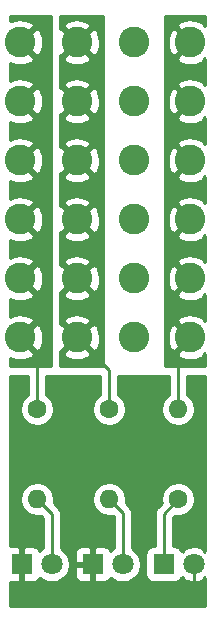
<source format=gbr>
G04 #@! TF.GenerationSoftware,KiCad,Pcbnew,(5.1.9)-1*
G04 #@! TF.CreationDate,2021-04-04T18:01:09+02:00*
G04 #@! TF.ProjectId,Power Modul Main,506f7765-7220-44d6-9f64-756c204d6169,rev?*
G04 #@! TF.SameCoordinates,Original*
G04 #@! TF.FileFunction,Copper,L2,Bot*
G04 #@! TF.FilePolarity,Positive*
%FSLAX46Y46*%
G04 Gerber Fmt 4.6, Leading zero omitted, Abs format (unit mm)*
G04 Created by KiCad (PCBNEW (5.1.9)-1) date 2021-04-04 18:01:09*
%MOMM*%
%LPD*%
G01*
G04 APERTURE LIST*
G04 #@! TA.AperFunction,ComponentPad*
%ADD10C,2.600000*%
G04 #@! TD*
G04 #@! TA.AperFunction,ComponentPad*
%ADD11O,1.600000X1.600000*%
G04 #@! TD*
G04 #@! TA.AperFunction,ComponentPad*
%ADD12C,1.600000*%
G04 #@! TD*
G04 #@! TA.AperFunction,ComponentPad*
%ADD13C,1.800000*%
G04 #@! TD*
G04 #@! TA.AperFunction,ComponentPad*
%ADD14R,1.800000X1.800000*%
G04 #@! TD*
G04 #@! TA.AperFunction,Conductor*
%ADD15C,0.250000*%
G04 #@! TD*
G04 #@! TA.AperFunction,Conductor*
%ADD16C,0.254000*%
G04 #@! TD*
G04 #@! TA.AperFunction,Conductor*
%ADD17C,0.100000*%
G04 #@! TD*
G04 APERTURE END LIST*
D10*
G04 #@! TO.P,J12,1*
G04 #@! TO.N,-12V*
X15900000Y-33040000D03*
X15900000Y-28040000D03*
G04 #@! TD*
G04 #@! TO.P,J11,1*
G04 #@! TO.N,GND*
X11100000Y-33040000D03*
X11100000Y-28040000D03*
G04 #@! TD*
G04 #@! TO.P,J10,1*
G04 #@! TO.N,+5V*
X6300000Y-33040000D03*
X6300000Y-28040000D03*
G04 #@! TD*
G04 #@! TO.P,J9,1*
G04 #@! TO.N,+12V*
X1500000Y-33040000D03*
X1500000Y-28040000D03*
G04 #@! TD*
D11*
G04 #@! TO.P,R3,2*
G04 #@! TO.N,-12V*
X14859000Y-39116000D03*
D12*
G04 #@! TO.P,R3,1*
G04 #@! TO.N,Net-(D3-Pad1)*
X14859000Y-46736000D03*
G04 #@! TD*
D11*
G04 #@! TO.P,R2,2*
G04 #@! TO.N,Net-(D2-Pad2)*
X9017000Y-46736000D03*
D12*
G04 #@! TO.P,R2,1*
G04 #@! TO.N,+5V*
X9017000Y-39116000D03*
G04 #@! TD*
D11*
G04 #@! TO.P,R1,2*
G04 #@! TO.N,Net-(D1-Pad2)*
X2921000Y-46736000D03*
D12*
G04 #@! TO.P,R1,1*
G04 #@! TO.N,+12V*
X2921000Y-39116000D03*
G04 #@! TD*
D10*
G04 #@! TO.P,J8,1*
G04 #@! TO.N,-12V*
X15900000Y-23040000D03*
X15900000Y-18040000D03*
G04 #@! TD*
G04 #@! TO.P,J7,1*
G04 #@! TO.N,GND*
X11100000Y-23040000D03*
X11100000Y-18040000D03*
G04 #@! TD*
G04 #@! TO.P,J6,1*
G04 #@! TO.N,+5V*
X6300000Y-23040000D03*
X6300000Y-18040000D03*
G04 #@! TD*
G04 #@! TO.P,J5,1*
G04 #@! TO.N,+12V*
X1500000Y-23040000D03*
X1500000Y-18040000D03*
G04 #@! TD*
G04 #@! TO.P,J4,1*
G04 #@! TO.N,-12V*
X15900000Y-8040000D03*
X15900000Y-13040000D03*
G04 #@! TD*
G04 #@! TO.P,J3,1*
G04 #@! TO.N,GND*
X11100000Y-8040000D03*
X11100000Y-13040000D03*
G04 #@! TD*
G04 #@! TO.P,J2,1*
G04 #@! TO.N,+5V*
X6300000Y-8040000D03*
X6300000Y-13040000D03*
G04 #@! TD*
G04 #@! TO.P,J1,1*
G04 #@! TO.N,+12V*
X1500000Y-8040000D03*
X1500000Y-13040000D03*
G04 #@! TD*
D13*
G04 #@! TO.P,D3,2*
G04 #@! TO.N,GND*
X16160000Y-52250000D03*
D14*
G04 #@! TO.P,D3,1*
G04 #@! TO.N,Net-(D3-Pad1)*
X13620000Y-52250000D03*
G04 #@! TD*
D13*
G04 #@! TO.P,D2,2*
G04 #@! TO.N,Net-(D2-Pad2)*
X10160000Y-52250000D03*
D14*
G04 #@! TO.P,D2,1*
G04 #@! TO.N,GND*
X7620000Y-52250000D03*
G04 #@! TD*
D13*
G04 #@! TO.P,D1,2*
G04 #@! TO.N,Net-(D1-Pad2)*
X4160000Y-52250000D03*
D14*
G04 #@! TO.P,D1,1*
G04 #@! TO.N,GND*
X1620000Y-52250000D03*
G04 #@! TD*
D15*
G04 #@! TO.N,Net-(D1-Pad2)*
X4160000Y-47975000D02*
X2921000Y-46736000D01*
X4160000Y-52250000D02*
X4160000Y-47975000D01*
G04 #@! TO.N,GND*
X7620000Y-52250000D02*
X7620000Y-55118000D01*
X16160000Y-52250000D02*
X16160000Y-55087000D01*
X1620000Y-52250000D02*
X1620000Y-55087000D01*
X1651000Y-55118000D02*
X1620000Y-55087000D01*
X7620000Y-55118000D02*
X1651000Y-55118000D01*
X16129000Y-55118000D02*
X16160000Y-55087000D01*
X7620000Y-55118000D02*
X16129000Y-55118000D01*
G04 #@! TO.N,Net-(D2-Pad2)*
X10160000Y-47879000D02*
X9017000Y-46736000D01*
X10160000Y-52250000D02*
X10160000Y-47879000D01*
G04 #@! TO.N,-12V*
X14859000Y-34081000D02*
X15900000Y-33040000D01*
X14859000Y-39116000D02*
X14859000Y-34081000D01*
G04 #@! TO.N,+12V*
X2921000Y-34461000D02*
X1500000Y-33040000D01*
X2921000Y-39116000D02*
X2921000Y-34461000D01*
G04 #@! TO.N,+5V*
X9017000Y-35757000D02*
X6300000Y-33040000D01*
X9017000Y-39116000D02*
X9017000Y-35757000D01*
G04 #@! TO.N,Net-(D3-Pad1)*
X13620000Y-47975000D02*
X14859000Y-46736000D01*
X13620000Y-52250000D02*
X13620000Y-47975000D01*
G04 #@! TD*
D16*
G04 #@! TO.N,-12V*
X17120001Y-6640391D02*
X17069618Y-6690774D01*
X16937683Y-6395688D01*
X16596955Y-6224841D01*
X16229443Y-6123750D01*
X15849271Y-6096299D01*
X15471049Y-6143543D01*
X15109310Y-6263667D01*
X14862317Y-6395688D01*
X14730381Y-6690776D01*
X15900000Y-7860395D01*
X15914143Y-7846253D01*
X16093748Y-8025858D01*
X16079605Y-8040000D01*
X16093748Y-8054143D01*
X15914143Y-8233748D01*
X15900000Y-8219605D01*
X14730381Y-9389224D01*
X14862317Y-9684312D01*
X15203045Y-9855159D01*
X15570557Y-9956250D01*
X15950729Y-9983701D01*
X16328951Y-9936457D01*
X16690690Y-9816333D01*
X16937683Y-9684312D01*
X17069618Y-9389226D01*
X17120001Y-9439609D01*
X17120001Y-11640391D01*
X17069618Y-11690774D01*
X16937683Y-11395688D01*
X16596955Y-11224841D01*
X16229443Y-11123750D01*
X15849271Y-11096299D01*
X15471049Y-11143543D01*
X15109310Y-11263667D01*
X14862317Y-11395688D01*
X14730381Y-11690776D01*
X15900000Y-12860395D01*
X15914143Y-12846253D01*
X16093748Y-13025858D01*
X16079605Y-13040000D01*
X16093748Y-13054143D01*
X15914143Y-13233748D01*
X15900000Y-13219605D01*
X14730381Y-14389224D01*
X14862317Y-14684312D01*
X15203045Y-14855159D01*
X15570557Y-14956250D01*
X15950729Y-14983701D01*
X16328951Y-14936457D01*
X16690690Y-14816333D01*
X16937683Y-14684312D01*
X17069618Y-14389226D01*
X17120001Y-14439609D01*
X17120001Y-16640391D01*
X17069618Y-16690774D01*
X16937683Y-16395688D01*
X16596955Y-16224841D01*
X16229443Y-16123750D01*
X15849271Y-16096299D01*
X15471049Y-16143543D01*
X15109310Y-16263667D01*
X14862317Y-16395688D01*
X14730381Y-16690776D01*
X15900000Y-17860395D01*
X15914143Y-17846253D01*
X16093748Y-18025858D01*
X16079605Y-18040000D01*
X16093748Y-18054143D01*
X15914143Y-18233748D01*
X15900000Y-18219605D01*
X14730381Y-19389224D01*
X14862317Y-19684312D01*
X15203045Y-19855159D01*
X15570557Y-19956250D01*
X15950729Y-19983701D01*
X16328951Y-19936457D01*
X16690690Y-19816333D01*
X16937683Y-19684312D01*
X17069618Y-19389226D01*
X17120001Y-19439609D01*
X17120001Y-21640391D01*
X17069618Y-21690774D01*
X16937683Y-21395688D01*
X16596955Y-21224841D01*
X16229443Y-21123750D01*
X15849271Y-21096299D01*
X15471049Y-21143543D01*
X15109310Y-21263667D01*
X14862317Y-21395688D01*
X14730381Y-21690776D01*
X15900000Y-22860395D01*
X15914143Y-22846253D01*
X16093748Y-23025858D01*
X16079605Y-23040000D01*
X16093748Y-23054143D01*
X15914143Y-23233748D01*
X15900000Y-23219605D01*
X14730381Y-24389224D01*
X14862317Y-24684312D01*
X15203045Y-24855159D01*
X15570557Y-24956250D01*
X15950729Y-24983701D01*
X16328951Y-24936457D01*
X16690690Y-24816333D01*
X16937683Y-24684312D01*
X17069618Y-24389226D01*
X17120001Y-24439609D01*
X17120001Y-26640391D01*
X17069618Y-26690774D01*
X16937683Y-26395688D01*
X16596955Y-26224841D01*
X16229443Y-26123750D01*
X15849271Y-26096299D01*
X15471049Y-26143543D01*
X15109310Y-26263667D01*
X14862317Y-26395688D01*
X14730381Y-26690776D01*
X15900000Y-27860395D01*
X15914143Y-27846253D01*
X16093748Y-28025858D01*
X16079605Y-28040000D01*
X16093748Y-28054143D01*
X15914143Y-28233748D01*
X15900000Y-28219605D01*
X14730381Y-29389224D01*
X14862317Y-29684312D01*
X15203045Y-29855159D01*
X15570557Y-29956250D01*
X15950729Y-29983701D01*
X16328951Y-29936457D01*
X16690690Y-29816333D01*
X16937683Y-29684312D01*
X17069618Y-29389226D01*
X17120001Y-29439609D01*
X17120001Y-31640391D01*
X17069618Y-31690774D01*
X16937683Y-31395688D01*
X16596955Y-31224841D01*
X16229443Y-31123750D01*
X15849271Y-31096299D01*
X15471049Y-31143543D01*
X15109310Y-31263667D01*
X14862317Y-31395688D01*
X14730381Y-31690776D01*
X15900000Y-32860395D01*
X15914143Y-32846253D01*
X16093748Y-33025858D01*
X16079605Y-33040000D01*
X16093748Y-33054143D01*
X15914143Y-33233748D01*
X15900000Y-33219605D01*
X14730381Y-34389224D01*
X14862317Y-34684312D01*
X15203045Y-34855159D01*
X15570557Y-34956250D01*
X15950729Y-34983701D01*
X16328951Y-34936457D01*
X16690690Y-34816333D01*
X16937683Y-34684312D01*
X17069618Y-34389226D01*
X17120000Y-34439608D01*
X17120000Y-35433000D01*
X13716000Y-35433000D01*
X13716000Y-33090729D01*
X13956299Y-33090729D01*
X14003543Y-33468951D01*
X14123667Y-33830690D01*
X14255688Y-34077683D01*
X14550776Y-34209619D01*
X15720395Y-33040000D01*
X14550776Y-31870381D01*
X14255688Y-32002317D01*
X14084841Y-32343045D01*
X13983750Y-32710557D01*
X13956299Y-33090729D01*
X13716000Y-33090729D01*
X13716000Y-28090729D01*
X13956299Y-28090729D01*
X14003543Y-28468951D01*
X14123667Y-28830690D01*
X14255688Y-29077683D01*
X14550776Y-29209619D01*
X15720395Y-28040000D01*
X14550776Y-26870381D01*
X14255688Y-27002317D01*
X14084841Y-27343045D01*
X13983750Y-27710557D01*
X13956299Y-28090729D01*
X13716000Y-28090729D01*
X13716000Y-23090729D01*
X13956299Y-23090729D01*
X14003543Y-23468951D01*
X14123667Y-23830690D01*
X14255688Y-24077683D01*
X14550776Y-24209619D01*
X15720395Y-23040000D01*
X14550776Y-21870381D01*
X14255688Y-22002317D01*
X14084841Y-22343045D01*
X13983750Y-22710557D01*
X13956299Y-23090729D01*
X13716000Y-23090729D01*
X13716000Y-18090729D01*
X13956299Y-18090729D01*
X14003543Y-18468951D01*
X14123667Y-18830690D01*
X14255688Y-19077683D01*
X14550776Y-19209619D01*
X15720395Y-18040000D01*
X14550776Y-16870381D01*
X14255688Y-17002317D01*
X14084841Y-17343045D01*
X13983750Y-17710557D01*
X13956299Y-18090729D01*
X13716000Y-18090729D01*
X13716000Y-13090729D01*
X13956299Y-13090729D01*
X14003543Y-13468951D01*
X14123667Y-13830690D01*
X14255688Y-14077683D01*
X14550776Y-14209619D01*
X15720395Y-13040000D01*
X14550776Y-11870381D01*
X14255688Y-12002317D01*
X14084841Y-12343045D01*
X13983750Y-12710557D01*
X13956299Y-13090729D01*
X13716000Y-13090729D01*
X13716000Y-8090729D01*
X13956299Y-8090729D01*
X14003543Y-8468951D01*
X14123667Y-8830690D01*
X14255688Y-9077683D01*
X14550776Y-9209619D01*
X15720395Y-8040000D01*
X14550776Y-6870381D01*
X14255688Y-7002317D01*
X14084841Y-7343045D01*
X13983750Y-7710557D01*
X13956299Y-8090729D01*
X13716000Y-8090729D01*
X13716000Y-5842000D01*
X17120001Y-5842000D01*
X17120001Y-6640391D01*
G04 #@! TA.AperFunction,Conductor*
D17*
G36*
X17120001Y-6640391D02*
G01*
X17069618Y-6690774D01*
X16937683Y-6395688D01*
X16596955Y-6224841D01*
X16229443Y-6123750D01*
X15849271Y-6096299D01*
X15471049Y-6143543D01*
X15109310Y-6263667D01*
X14862317Y-6395688D01*
X14730381Y-6690776D01*
X15900000Y-7860395D01*
X15914143Y-7846253D01*
X16093748Y-8025858D01*
X16079605Y-8040000D01*
X16093748Y-8054143D01*
X15914143Y-8233748D01*
X15900000Y-8219605D01*
X14730381Y-9389224D01*
X14862317Y-9684312D01*
X15203045Y-9855159D01*
X15570557Y-9956250D01*
X15950729Y-9983701D01*
X16328951Y-9936457D01*
X16690690Y-9816333D01*
X16937683Y-9684312D01*
X17069618Y-9389226D01*
X17120001Y-9439609D01*
X17120001Y-11640391D01*
X17069618Y-11690774D01*
X16937683Y-11395688D01*
X16596955Y-11224841D01*
X16229443Y-11123750D01*
X15849271Y-11096299D01*
X15471049Y-11143543D01*
X15109310Y-11263667D01*
X14862317Y-11395688D01*
X14730381Y-11690776D01*
X15900000Y-12860395D01*
X15914143Y-12846253D01*
X16093748Y-13025858D01*
X16079605Y-13040000D01*
X16093748Y-13054143D01*
X15914143Y-13233748D01*
X15900000Y-13219605D01*
X14730381Y-14389224D01*
X14862317Y-14684312D01*
X15203045Y-14855159D01*
X15570557Y-14956250D01*
X15950729Y-14983701D01*
X16328951Y-14936457D01*
X16690690Y-14816333D01*
X16937683Y-14684312D01*
X17069618Y-14389226D01*
X17120001Y-14439609D01*
X17120001Y-16640391D01*
X17069618Y-16690774D01*
X16937683Y-16395688D01*
X16596955Y-16224841D01*
X16229443Y-16123750D01*
X15849271Y-16096299D01*
X15471049Y-16143543D01*
X15109310Y-16263667D01*
X14862317Y-16395688D01*
X14730381Y-16690776D01*
X15900000Y-17860395D01*
X15914143Y-17846253D01*
X16093748Y-18025858D01*
X16079605Y-18040000D01*
X16093748Y-18054143D01*
X15914143Y-18233748D01*
X15900000Y-18219605D01*
X14730381Y-19389224D01*
X14862317Y-19684312D01*
X15203045Y-19855159D01*
X15570557Y-19956250D01*
X15950729Y-19983701D01*
X16328951Y-19936457D01*
X16690690Y-19816333D01*
X16937683Y-19684312D01*
X17069618Y-19389226D01*
X17120001Y-19439609D01*
X17120001Y-21640391D01*
X17069618Y-21690774D01*
X16937683Y-21395688D01*
X16596955Y-21224841D01*
X16229443Y-21123750D01*
X15849271Y-21096299D01*
X15471049Y-21143543D01*
X15109310Y-21263667D01*
X14862317Y-21395688D01*
X14730381Y-21690776D01*
X15900000Y-22860395D01*
X15914143Y-22846253D01*
X16093748Y-23025858D01*
X16079605Y-23040000D01*
X16093748Y-23054143D01*
X15914143Y-23233748D01*
X15900000Y-23219605D01*
X14730381Y-24389224D01*
X14862317Y-24684312D01*
X15203045Y-24855159D01*
X15570557Y-24956250D01*
X15950729Y-24983701D01*
X16328951Y-24936457D01*
X16690690Y-24816333D01*
X16937683Y-24684312D01*
X17069618Y-24389226D01*
X17120001Y-24439609D01*
X17120001Y-26640391D01*
X17069618Y-26690774D01*
X16937683Y-26395688D01*
X16596955Y-26224841D01*
X16229443Y-26123750D01*
X15849271Y-26096299D01*
X15471049Y-26143543D01*
X15109310Y-26263667D01*
X14862317Y-26395688D01*
X14730381Y-26690776D01*
X15900000Y-27860395D01*
X15914143Y-27846253D01*
X16093748Y-28025858D01*
X16079605Y-28040000D01*
X16093748Y-28054143D01*
X15914143Y-28233748D01*
X15900000Y-28219605D01*
X14730381Y-29389224D01*
X14862317Y-29684312D01*
X15203045Y-29855159D01*
X15570557Y-29956250D01*
X15950729Y-29983701D01*
X16328951Y-29936457D01*
X16690690Y-29816333D01*
X16937683Y-29684312D01*
X17069618Y-29389226D01*
X17120001Y-29439609D01*
X17120001Y-31640391D01*
X17069618Y-31690774D01*
X16937683Y-31395688D01*
X16596955Y-31224841D01*
X16229443Y-31123750D01*
X15849271Y-31096299D01*
X15471049Y-31143543D01*
X15109310Y-31263667D01*
X14862317Y-31395688D01*
X14730381Y-31690776D01*
X15900000Y-32860395D01*
X15914143Y-32846253D01*
X16093748Y-33025858D01*
X16079605Y-33040000D01*
X16093748Y-33054143D01*
X15914143Y-33233748D01*
X15900000Y-33219605D01*
X14730381Y-34389224D01*
X14862317Y-34684312D01*
X15203045Y-34855159D01*
X15570557Y-34956250D01*
X15950729Y-34983701D01*
X16328951Y-34936457D01*
X16690690Y-34816333D01*
X16937683Y-34684312D01*
X17069618Y-34389226D01*
X17120000Y-34439608D01*
X17120000Y-35433000D01*
X13716000Y-35433000D01*
X13716000Y-33090729D01*
X13956299Y-33090729D01*
X14003543Y-33468951D01*
X14123667Y-33830690D01*
X14255688Y-34077683D01*
X14550776Y-34209619D01*
X15720395Y-33040000D01*
X14550776Y-31870381D01*
X14255688Y-32002317D01*
X14084841Y-32343045D01*
X13983750Y-32710557D01*
X13956299Y-33090729D01*
X13716000Y-33090729D01*
X13716000Y-28090729D01*
X13956299Y-28090729D01*
X14003543Y-28468951D01*
X14123667Y-28830690D01*
X14255688Y-29077683D01*
X14550776Y-29209619D01*
X15720395Y-28040000D01*
X14550776Y-26870381D01*
X14255688Y-27002317D01*
X14084841Y-27343045D01*
X13983750Y-27710557D01*
X13956299Y-28090729D01*
X13716000Y-28090729D01*
X13716000Y-23090729D01*
X13956299Y-23090729D01*
X14003543Y-23468951D01*
X14123667Y-23830690D01*
X14255688Y-24077683D01*
X14550776Y-24209619D01*
X15720395Y-23040000D01*
X14550776Y-21870381D01*
X14255688Y-22002317D01*
X14084841Y-22343045D01*
X13983750Y-22710557D01*
X13956299Y-23090729D01*
X13716000Y-23090729D01*
X13716000Y-18090729D01*
X13956299Y-18090729D01*
X14003543Y-18468951D01*
X14123667Y-18830690D01*
X14255688Y-19077683D01*
X14550776Y-19209619D01*
X15720395Y-18040000D01*
X14550776Y-16870381D01*
X14255688Y-17002317D01*
X14084841Y-17343045D01*
X13983750Y-17710557D01*
X13956299Y-18090729D01*
X13716000Y-18090729D01*
X13716000Y-13090729D01*
X13956299Y-13090729D01*
X14003543Y-13468951D01*
X14123667Y-13830690D01*
X14255688Y-14077683D01*
X14550776Y-14209619D01*
X15720395Y-13040000D01*
X14550776Y-11870381D01*
X14255688Y-12002317D01*
X14084841Y-12343045D01*
X13983750Y-12710557D01*
X13956299Y-13090729D01*
X13716000Y-13090729D01*
X13716000Y-8090729D01*
X13956299Y-8090729D01*
X14003543Y-8468951D01*
X14123667Y-8830690D01*
X14255688Y-9077683D01*
X14550776Y-9209619D01*
X15720395Y-8040000D01*
X14550776Y-6870381D01*
X14255688Y-7002317D01*
X14084841Y-7343045D01*
X13983750Y-7710557D01*
X13956299Y-8090729D01*
X13716000Y-8090729D01*
X13716000Y-5842000D01*
X17120001Y-5842000D01*
X17120001Y-6640391D01*
G37*
G04 #@! TD.AperFunction*
G04 #@! TD*
D16*
G04 #@! TO.N,+12V*
X4064000Y-35433000D02*
X660000Y-35433000D01*
X660000Y-34783434D01*
X803045Y-34855159D01*
X1170557Y-34956250D01*
X1550729Y-34983701D01*
X1928951Y-34936457D01*
X2290690Y-34816333D01*
X2537683Y-34684312D01*
X2669619Y-34389224D01*
X1500000Y-33219605D01*
X1485858Y-33233748D01*
X1306253Y-33054143D01*
X1320395Y-33040000D01*
X1679605Y-33040000D01*
X2849224Y-34209619D01*
X3144312Y-34077683D01*
X3315159Y-33736955D01*
X3416250Y-33369443D01*
X3443701Y-32989271D01*
X3396457Y-32611049D01*
X3276333Y-32249310D01*
X3144312Y-32002317D01*
X2849224Y-31870381D01*
X1679605Y-33040000D01*
X1320395Y-33040000D01*
X1306253Y-33025858D01*
X1485858Y-32846253D01*
X1500000Y-32860395D01*
X2669619Y-31690776D01*
X2537683Y-31395688D01*
X2196955Y-31224841D01*
X1829443Y-31123750D01*
X1449271Y-31096299D01*
X1071049Y-31143543D01*
X709310Y-31263667D01*
X660000Y-31290024D01*
X660000Y-29783434D01*
X803045Y-29855159D01*
X1170557Y-29956250D01*
X1550729Y-29983701D01*
X1928951Y-29936457D01*
X2290690Y-29816333D01*
X2537683Y-29684312D01*
X2669619Y-29389224D01*
X1500000Y-28219605D01*
X1485858Y-28233748D01*
X1306253Y-28054143D01*
X1320395Y-28040000D01*
X1679605Y-28040000D01*
X2849224Y-29209619D01*
X3144312Y-29077683D01*
X3315159Y-28736955D01*
X3416250Y-28369443D01*
X3443701Y-27989271D01*
X3396457Y-27611049D01*
X3276333Y-27249310D01*
X3144312Y-27002317D01*
X2849224Y-26870381D01*
X1679605Y-28040000D01*
X1320395Y-28040000D01*
X1306253Y-28025858D01*
X1485858Y-27846253D01*
X1500000Y-27860395D01*
X2669619Y-26690776D01*
X2537683Y-26395688D01*
X2196955Y-26224841D01*
X1829443Y-26123750D01*
X1449271Y-26096299D01*
X1071049Y-26143543D01*
X709310Y-26263667D01*
X660000Y-26290024D01*
X660000Y-24783434D01*
X803045Y-24855159D01*
X1170557Y-24956250D01*
X1550729Y-24983701D01*
X1928951Y-24936457D01*
X2290690Y-24816333D01*
X2537683Y-24684312D01*
X2669619Y-24389224D01*
X1500000Y-23219605D01*
X1485858Y-23233748D01*
X1306253Y-23054143D01*
X1320395Y-23040000D01*
X1679605Y-23040000D01*
X2849224Y-24209619D01*
X3144312Y-24077683D01*
X3315159Y-23736955D01*
X3416250Y-23369443D01*
X3443701Y-22989271D01*
X3396457Y-22611049D01*
X3276333Y-22249310D01*
X3144312Y-22002317D01*
X2849224Y-21870381D01*
X1679605Y-23040000D01*
X1320395Y-23040000D01*
X1306253Y-23025858D01*
X1485858Y-22846253D01*
X1500000Y-22860395D01*
X2669619Y-21690776D01*
X2537683Y-21395688D01*
X2196955Y-21224841D01*
X1829443Y-21123750D01*
X1449271Y-21096299D01*
X1071049Y-21143543D01*
X709310Y-21263667D01*
X660000Y-21290024D01*
X660000Y-19783434D01*
X803045Y-19855159D01*
X1170557Y-19956250D01*
X1550729Y-19983701D01*
X1928951Y-19936457D01*
X2290690Y-19816333D01*
X2537683Y-19684312D01*
X2669619Y-19389224D01*
X1500000Y-18219605D01*
X1485858Y-18233748D01*
X1306253Y-18054143D01*
X1320395Y-18040000D01*
X1679605Y-18040000D01*
X2849224Y-19209619D01*
X3144312Y-19077683D01*
X3315159Y-18736955D01*
X3416250Y-18369443D01*
X3443701Y-17989271D01*
X3396457Y-17611049D01*
X3276333Y-17249310D01*
X3144312Y-17002317D01*
X2849224Y-16870381D01*
X1679605Y-18040000D01*
X1320395Y-18040000D01*
X1306253Y-18025858D01*
X1485858Y-17846253D01*
X1500000Y-17860395D01*
X2669619Y-16690776D01*
X2537683Y-16395688D01*
X2196955Y-16224841D01*
X1829443Y-16123750D01*
X1449271Y-16096299D01*
X1071049Y-16143543D01*
X709310Y-16263667D01*
X660000Y-16290024D01*
X660000Y-14783434D01*
X803045Y-14855159D01*
X1170557Y-14956250D01*
X1550729Y-14983701D01*
X1928951Y-14936457D01*
X2290690Y-14816333D01*
X2537683Y-14684312D01*
X2669619Y-14389224D01*
X1500000Y-13219605D01*
X1485858Y-13233748D01*
X1306253Y-13054143D01*
X1320395Y-13040000D01*
X1679605Y-13040000D01*
X2849224Y-14209619D01*
X3144312Y-14077683D01*
X3315159Y-13736955D01*
X3416250Y-13369443D01*
X3443701Y-12989271D01*
X3396457Y-12611049D01*
X3276333Y-12249310D01*
X3144312Y-12002317D01*
X2849224Y-11870381D01*
X1679605Y-13040000D01*
X1320395Y-13040000D01*
X1306253Y-13025858D01*
X1485858Y-12846253D01*
X1500000Y-12860395D01*
X2669619Y-11690776D01*
X2537683Y-11395688D01*
X2196955Y-11224841D01*
X1829443Y-11123750D01*
X1449271Y-11096299D01*
X1071049Y-11143543D01*
X709310Y-11263667D01*
X660000Y-11290024D01*
X660000Y-9783434D01*
X803045Y-9855159D01*
X1170557Y-9956250D01*
X1550729Y-9983701D01*
X1928951Y-9936457D01*
X2290690Y-9816333D01*
X2537683Y-9684312D01*
X2669619Y-9389224D01*
X1500000Y-8219605D01*
X1485858Y-8233748D01*
X1306253Y-8054143D01*
X1320395Y-8040000D01*
X1679605Y-8040000D01*
X2849224Y-9209619D01*
X3144312Y-9077683D01*
X3315159Y-8736955D01*
X3416250Y-8369443D01*
X3443701Y-7989271D01*
X3396457Y-7611049D01*
X3276333Y-7249310D01*
X3144312Y-7002317D01*
X2849224Y-6870381D01*
X1679605Y-8040000D01*
X1320395Y-8040000D01*
X1306253Y-8025858D01*
X1485858Y-7846253D01*
X1500000Y-7860395D01*
X2669619Y-6690776D01*
X2537683Y-6395688D01*
X2196955Y-6224841D01*
X1829443Y-6123750D01*
X1449271Y-6096299D01*
X1071049Y-6143543D01*
X709310Y-6263667D01*
X660000Y-6290024D01*
X660000Y-5842000D01*
X4064000Y-5842000D01*
X4064000Y-35433000D01*
G04 #@! TA.AperFunction,Conductor*
D17*
G36*
X4064000Y-35433000D02*
G01*
X660000Y-35433000D01*
X660000Y-34783434D01*
X803045Y-34855159D01*
X1170557Y-34956250D01*
X1550729Y-34983701D01*
X1928951Y-34936457D01*
X2290690Y-34816333D01*
X2537683Y-34684312D01*
X2669619Y-34389224D01*
X1500000Y-33219605D01*
X1485858Y-33233748D01*
X1306253Y-33054143D01*
X1320395Y-33040000D01*
X1679605Y-33040000D01*
X2849224Y-34209619D01*
X3144312Y-34077683D01*
X3315159Y-33736955D01*
X3416250Y-33369443D01*
X3443701Y-32989271D01*
X3396457Y-32611049D01*
X3276333Y-32249310D01*
X3144312Y-32002317D01*
X2849224Y-31870381D01*
X1679605Y-33040000D01*
X1320395Y-33040000D01*
X1306253Y-33025858D01*
X1485858Y-32846253D01*
X1500000Y-32860395D01*
X2669619Y-31690776D01*
X2537683Y-31395688D01*
X2196955Y-31224841D01*
X1829443Y-31123750D01*
X1449271Y-31096299D01*
X1071049Y-31143543D01*
X709310Y-31263667D01*
X660000Y-31290024D01*
X660000Y-29783434D01*
X803045Y-29855159D01*
X1170557Y-29956250D01*
X1550729Y-29983701D01*
X1928951Y-29936457D01*
X2290690Y-29816333D01*
X2537683Y-29684312D01*
X2669619Y-29389224D01*
X1500000Y-28219605D01*
X1485858Y-28233748D01*
X1306253Y-28054143D01*
X1320395Y-28040000D01*
X1679605Y-28040000D01*
X2849224Y-29209619D01*
X3144312Y-29077683D01*
X3315159Y-28736955D01*
X3416250Y-28369443D01*
X3443701Y-27989271D01*
X3396457Y-27611049D01*
X3276333Y-27249310D01*
X3144312Y-27002317D01*
X2849224Y-26870381D01*
X1679605Y-28040000D01*
X1320395Y-28040000D01*
X1306253Y-28025858D01*
X1485858Y-27846253D01*
X1500000Y-27860395D01*
X2669619Y-26690776D01*
X2537683Y-26395688D01*
X2196955Y-26224841D01*
X1829443Y-26123750D01*
X1449271Y-26096299D01*
X1071049Y-26143543D01*
X709310Y-26263667D01*
X660000Y-26290024D01*
X660000Y-24783434D01*
X803045Y-24855159D01*
X1170557Y-24956250D01*
X1550729Y-24983701D01*
X1928951Y-24936457D01*
X2290690Y-24816333D01*
X2537683Y-24684312D01*
X2669619Y-24389224D01*
X1500000Y-23219605D01*
X1485858Y-23233748D01*
X1306253Y-23054143D01*
X1320395Y-23040000D01*
X1679605Y-23040000D01*
X2849224Y-24209619D01*
X3144312Y-24077683D01*
X3315159Y-23736955D01*
X3416250Y-23369443D01*
X3443701Y-22989271D01*
X3396457Y-22611049D01*
X3276333Y-22249310D01*
X3144312Y-22002317D01*
X2849224Y-21870381D01*
X1679605Y-23040000D01*
X1320395Y-23040000D01*
X1306253Y-23025858D01*
X1485858Y-22846253D01*
X1500000Y-22860395D01*
X2669619Y-21690776D01*
X2537683Y-21395688D01*
X2196955Y-21224841D01*
X1829443Y-21123750D01*
X1449271Y-21096299D01*
X1071049Y-21143543D01*
X709310Y-21263667D01*
X660000Y-21290024D01*
X660000Y-19783434D01*
X803045Y-19855159D01*
X1170557Y-19956250D01*
X1550729Y-19983701D01*
X1928951Y-19936457D01*
X2290690Y-19816333D01*
X2537683Y-19684312D01*
X2669619Y-19389224D01*
X1500000Y-18219605D01*
X1485858Y-18233748D01*
X1306253Y-18054143D01*
X1320395Y-18040000D01*
X1679605Y-18040000D01*
X2849224Y-19209619D01*
X3144312Y-19077683D01*
X3315159Y-18736955D01*
X3416250Y-18369443D01*
X3443701Y-17989271D01*
X3396457Y-17611049D01*
X3276333Y-17249310D01*
X3144312Y-17002317D01*
X2849224Y-16870381D01*
X1679605Y-18040000D01*
X1320395Y-18040000D01*
X1306253Y-18025858D01*
X1485858Y-17846253D01*
X1500000Y-17860395D01*
X2669619Y-16690776D01*
X2537683Y-16395688D01*
X2196955Y-16224841D01*
X1829443Y-16123750D01*
X1449271Y-16096299D01*
X1071049Y-16143543D01*
X709310Y-16263667D01*
X660000Y-16290024D01*
X660000Y-14783434D01*
X803045Y-14855159D01*
X1170557Y-14956250D01*
X1550729Y-14983701D01*
X1928951Y-14936457D01*
X2290690Y-14816333D01*
X2537683Y-14684312D01*
X2669619Y-14389224D01*
X1500000Y-13219605D01*
X1485858Y-13233748D01*
X1306253Y-13054143D01*
X1320395Y-13040000D01*
X1679605Y-13040000D01*
X2849224Y-14209619D01*
X3144312Y-14077683D01*
X3315159Y-13736955D01*
X3416250Y-13369443D01*
X3443701Y-12989271D01*
X3396457Y-12611049D01*
X3276333Y-12249310D01*
X3144312Y-12002317D01*
X2849224Y-11870381D01*
X1679605Y-13040000D01*
X1320395Y-13040000D01*
X1306253Y-13025858D01*
X1485858Y-12846253D01*
X1500000Y-12860395D01*
X2669619Y-11690776D01*
X2537683Y-11395688D01*
X2196955Y-11224841D01*
X1829443Y-11123750D01*
X1449271Y-11096299D01*
X1071049Y-11143543D01*
X709310Y-11263667D01*
X660000Y-11290024D01*
X660000Y-9783434D01*
X803045Y-9855159D01*
X1170557Y-9956250D01*
X1550729Y-9983701D01*
X1928951Y-9936457D01*
X2290690Y-9816333D01*
X2537683Y-9684312D01*
X2669619Y-9389224D01*
X1500000Y-8219605D01*
X1485858Y-8233748D01*
X1306253Y-8054143D01*
X1320395Y-8040000D01*
X1679605Y-8040000D01*
X2849224Y-9209619D01*
X3144312Y-9077683D01*
X3315159Y-8736955D01*
X3416250Y-8369443D01*
X3443701Y-7989271D01*
X3396457Y-7611049D01*
X3276333Y-7249310D01*
X3144312Y-7002317D01*
X2849224Y-6870381D01*
X1679605Y-8040000D01*
X1320395Y-8040000D01*
X1306253Y-8025858D01*
X1485858Y-7846253D01*
X1500000Y-7860395D01*
X2669619Y-6690776D01*
X2537683Y-6395688D01*
X2196955Y-6224841D01*
X1829443Y-6123750D01*
X1449271Y-6096299D01*
X1071049Y-6143543D01*
X709310Y-6263667D01*
X660000Y-6290024D01*
X660000Y-5842000D01*
X4064000Y-5842000D01*
X4064000Y-35433000D01*
G37*
G04 #@! TD.AperFunction*
G04 #@! TD*
D16*
G04 #@! TO.N,+5V*
X8509000Y-35433000D02*
X4826000Y-35433000D01*
X4826000Y-34389224D01*
X5130381Y-34389224D01*
X5262317Y-34684312D01*
X5603045Y-34855159D01*
X5970557Y-34956250D01*
X6350729Y-34983701D01*
X6728951Y-34936457D01*
X7090690Y-34816333D01*
X7337683Y-34684312D01*
X7469619Y-34389224D01*
X6300000Y-33219605D01*
X5130381Y-34389224D01*
X4826000Y-34389224D01*
X4826000Y-34153831D01*
X4950776Y-34209619D01*
X6120395Y-33040000D01*
X6479605Y-33040000D01*
X7649224Y-34209619D01*
X7944312Y-34077683D01*
X8115159Y-33736955D01*
X8216250Y-33369443D01*
X8243701Y-32989271D01*
X8196457Y-32611049D01*
X8076333Y-32249310D01*
X7944312Y-32002317D01*
X7649224Y-31870381D01*
X6479605Y-33040000D01*
X6120395Y-33040000D01*
X4950776Y-31870381D01*
X4826000Y-31926169D01*
X4826000Y-31690776D01*
X5130381Y-31690776D01*
X6300000Y-32860395D01*
X7469619Y-31690776D01*
X7337683Y-31395688D01*
X6996955Y-31224841D01*
X6629443Y-31123750D01*
X6249271Y-31096299D01*
X5871049Y-31143543D01*
X5509310Y-31263667D01*
X5262317Y-31395688D01*
X5130381Y-31690776D01*
X4826000Y-31690776D01*
X4826000Y-29389224D01*
X5130381Y-29389224D01*
X5262317Y-29684312D01*
X5603045Y-29855159D01*
X5970557Y-29956250D01*
X6350729Y-29983701D01*
X6728951Y-29936457D01*
X7090690Y-29816333D01*
X7337683Y-29684312D01*
X7469619Y-29389224D01*
X6300000Y-28219605D01*
X5130381Y-29389224D01*
X4826000Y-29389224D01*
X4826000Y-29153831D01*
X4950776Y-29209619D01*
X6120395Y-28040000D01*
X6479605Y-28040000D01*
X7649224Y-29209619D01*
X7944312Y-29077683D01*
X8115159Y-28736955D01*
X8216250Y-28369443D01*
X8243701Y-27989271D01*
X8196457Y-27611049D01*
X8076333Y-27249310D01*
X7944312Y-27002317D01*
X7649224Y-26870381D01*
X6479605Y-28040000D01*
X6120395Y-28040000D01*
X4950776Y-26870381D01*
X4826000Y-26926169D01*
X4826000Y-26690776D01*
X5130381Y-26690776D01*
X6300000Y-27860395D01*
X7469619Y-26690776D01*
X7337683Y-26395688D01*
X6996955Y-26224841D01*
X6629443Y-26123750D01*
X6249271Y-26096299D01*
X5871049Y-26143543D01*
X5509310Y-26263667D01*
X5262317Y-26395688D01*
X5130381Y-26690776D01*
X4826000Y-26690776D01*
X4826000Y-24389224D01*
X5130381Y-24389224D01*
X5262317Y-24684312D01*
X5603045Y-24855159D01*
X5970557Y-24956250D01*
X6350729Y-24983701D01*
X6728951Y-24936457D01*
X7090690Y-24816333D01*
X7337683Y-24684312D01*
X7469619Y-24389224D01*
X6300000Y-23219605D01*
X5130381Y-24389224D01*
X4826000Y-24389224D01*
X4826000Y-24153831D01*
X4950776Y-24209619D01*
X6120395Y-23040000D01*
X6479605Y-23040000D01*
X7649224Y-24209619D01*
X7944312Y-24077683D01*
X8115159Y-23736955D01*
X8216250Y-23369443D01*
X8243701Y-22989271D01*
X8196457Y-22611049D01*
X8076333Y-22249310D01*
X7944312Y-22002317D01*
X7649224Y-21870381D01*
X6479605Y-23040000D01*
X6120395Y-23040000D01*
X4950776Y-21870381D01*
X4826000Y-21926169D01*
X4826000Y-21690776D01*
X5130381Y-21690776D01*
X6300000Y-22860395D01*
X7469619Y-21690776D01*
X7337683Y-21395688D01*
X6996955Y-21224841D01*
X6629443Y-21123750D01*
X6249271Y-21096299D01*
X5871049Y-21143543D01*
X5509310Y-21263667D01*
X5262317Y-21395688D01*
X5130381Y-21690776D01*
X4826000Y-21690776D01*
X4826000Y-19389224D01*
X5130381Y-19389224D01*
X5262317Y-19684312D01*
X5603045Y-19855159D01*
X5970557Y-19956250D01*
X6350729Y-19983701D01*
X6728951Y-19936457D01*
X7090690Y-19816333D01*
X7337683Y-19684312D01*
X7469619Y-19389224D01*
X6300000Y-18219605D01*
X5130381Y-19389224D01*
X4826000Y-19389224D01*
X4826000Y-19153831D01*
X4950776Y-19209619D01*
X6120395Y-18040000D01*
X6479605Y-18040000D01*
X7649224Y-19209619D01*
X7944312Y-19077683D01*
X8115159Y-18736955D01*
X8216250Y-18369443D01*
X8243701Y-17989271D01*
X8196457Y-17611049D01*
X8076333Y-17249310D01*
X7944312Y-17002317D01*
X7649224Y-16870381D01*
X6479605Y-18040000D01*
X6120395Y-18040000D01*
X4950776Y-16870381D01*
X4826000Y-16926169D01*
X4826000Y-16690776D01*
X5130381Y-16690776D01*
X6300000Y-17860395D01*
X7469619Y-16690776D01*
X7337683Y-16395688D01*
X6996955Y-16224841D01*
X6629443Y-16123750D01*
X6249271Y-16096299D01*
X5871049Y-16143543D01*
X5509310Y-16263667D01*
X5262317Y-16395688D01*
X5130381Y-16690776D01*
X4826000Y-16690776D01*
X4826000Y-14389224D01*
X5130381Y-14389224D01*
X5262317Y-14684312D01*
X5603045Y-14855159D01*
X5970557Y-14956250D01*
X6350729Y-14983701D01*
X6728951Y-14936457D01*
X7090690Y-14816333D01*
X7337683Y-14684312D01*
X7469619Y-14389224D01*
X6300000Y-13219605D01*
X5130381Y-14389224D01*
X4826000Y-14389224D01*
X4826000Y-14153831D01*
X4950776Y-14209619D01*
X6120395Y-13040000D01*
X6479605Y-13040000D01*
X7649224Y-14209619D01*
X7944312Y-14077683D01*
X8115159Y-13736955D01*
X8216250Y-13369443D01*
X8243701Y-12989271D01*
X8196457Y-12611049D01*
X8076333Y-12249310D01*
X7944312Y-12002317D01*
X7649224Y-11870381D01*
X6479605Y-13040000D01*
X6120395Y-13040000D01*
X4950776Y-11870381D01*
X4826000Y-11926169D01*
X4826000Y-11690776D01*
X5130381Y-11690776D01*
X6300000Y-12860395D01*
X7469619Y-11690776D01*
X7337683Y-11395688D01*
X6996955Y-11224841D01*
X6629443Y-11123750D01*
X6249271Y-11096299D01*
X5871049Y-11143543D01*
X5509310Y-11263667D01*
X5262317Y-11395688D01*
X5130381Y-11690776D01*
X4826000Y-11690776D01*
X4826000Y-9389224D01*
X5130381Y-9389224D01*
X5262317Y-9684312D01*
X5603045Y-9855159D01*
X5970557Y-9956250D01*
X6350729Y-9983701D01*
X6728951Y-9936457D01*
X7090690Y-9816333D01*
X7337683Y-9684312D01*
X7469619Y-9389224D01*
X6300000Y-8219605D01*
X5130381Y-9389224D01*
X4826000Y-9389224D01*
X4826000Y-9153831D01*
X4950776Y-9209619D01*
X6120395Y-8040000D01*
X6479605Y-8040000D01*
X7649224Y-9209619D01*
X7944312Y-9077683D01*
X8115159Y-8736955D01*
X8216250Y-8369443D01*
X8243701Y-7989271D01*
X8196457Y-7611049D01*
X8076333Y-7249310D01*
X7944312Y-7002317D01*
X7649224Y-6870381D01*
X6479605Y-8040000D01*
X6120395Y-8040000D01*
X4950776Y-6870381D01*
X4826000Y-6926169D01*
X4826000Y-6690776D01*
X5130381Y-6690776D01*
X6300000Y-7860395D01*
X7469619Y-6690776D01*
X7337683Y-6395688D01*
X6996955Y-6224841D01*
X6629443Y-6123750D01*
X6249271Y-6096299D01*
X5871049Y-6143543D01*
X5509310Y-6263667D01*
X5262317Y-6395688D01*
X5130381Y-6690776D01*
X4826000Y-6690776D01*
X4826000Y-5842000D01*
X8509000Y-5842000D01*
X8509000Y-35433000D01*
G04 #@! TA.AperFunction,Conductor*
D17*
G36*
X8509000Y-35433000D02*
G01*
X4826000Y-35433000D01*
X4826000Y-34389224D01*
X5130381Y-34389224D01*
X5262317Y-34684312D01*
X5603045Y-34855159D01*
X5970557Y-34956250D01*
X6350729Y-34983701D01*
X6728951Y-34936457D01*
X7090690Y-34816333D01*
X7337683Y-34684312D01*
X7469619Y-34389224D01*
X6300000Y-33219605D01*
X5130381Y-34389224D01*
X4826000Y-34389224D01*
X4826000Y-34153831D01*
X4950776Y-34209619D01*
X6120395Y-33040000D01*
X6479605Y-33040000D01*
X7649224Y-34209619D01*
X7944312Y-34077683D01*
X8115159Y-33736955D01*
X8216250Y-33369443D01*
X8243701Y-32989271D01*
X8196457Y-32611049D01*
X8076333Y-32249310D01*
X7944312Y-32002317D01*
X7649224Y-31870381D01*
X6479605Y-33040000D01*
X6120395Y-33040000D01*
X4950776Y-31870381D01*
X4826000Y-31926169D01*
X4826000Y-31690776D01*
X5130381Y-31690776D01*
X6300000Y-32860395D01*
X7469619Y-31690776D01*
X7337683Y-31395688D01*
X6996955Y-31224841D01*
X6629443Y-31123750D01*
X6249271Y-31096299D01*
X5871049Y-31143543D01*
X5509310Y-31263667D01*
X5262317Y-31395688D01*
X5130381Y-31690776D01*
X4826000Y-31690776D01*
X4826000Y-29389224D01*
X5130381Y-29389224D01*
X5262317Y-29684312D01*
X5603045Y-29855159D01*
X5970557Y-29956250D01*
X6350729Y-29983701D01*
X6728951Y-29936457D01*
X7090690Y-29816333D01*
X7337683Y-29684312D01*
X7469619Y-29389224D01*
X6300000Y-28219605D01*
X5130381Y-29389224D01*
X4826000Y-29389224D01*
X4826000Y-29153831D01*
X4950776Y-29209619D01*
X6120395Y-28040000D01*
X6479605Y-28040000D01*
X7649224Y-29209619D01*
X7944312Y-29077683D01*
X8115159Y-28736955D01*
X8216250Y-28369443D01*
X8243701Y-27989271D01*
X8196457Y-27611049D01*
X8076333Y-27249310D01*
X7944312Y-27002317D01*
X7649224Y-26870381D01*
X6479605Y-28040000D01*
X6120395Y-28040000D01*
X4950776Y-26870381D01*
X4826000Y-26926169D01*
X4826000Y-26690776D01*
X5130381Y-26690776D01*
X6300000Y-27860395D01*
X7469619Y-26690776D01*
X7337683Y-26395688D01*
X6996955Y-26224841D01*
X6629443Y-26123750D01*
X6249271Y-26096299D01*
X5871049Y-26143543D01*
X5509310Y-26263667D01*
X5262317Y-26395688D01*
X5130381Y-26690776D01*
X4826000Y-26690776D01*
X4826000Y-24389224D01*
X5130381Y-24389224D01*
X5262317Y-24684312D01*
X5603045Y-24855159D01*
X5970557Y-24956250D01*
X6350729Y-24983701D01*
X6728951Y-24936457D01*
X7090690Y-24816333D01*
X7337683Y-24684312D01*
X7469619Y-24389224D01*
X6300000Y-23219605D01*
X5130381Y-24389224D01*
X4826000Y-24389224D01*
X4826000Y-24153831D01*
X4950776Y-24209619D01*
X6120395Y-23040000D01*
X6479605Y-23040000D01*
X7649224Y-24209619D01*
X7944312Y-24077683D01*
X8115159Y-23736955D01*
X8216250Y-23369443D01*
X8243701Y-22989271D01*
X8196457Y-22611049D01*
X8076333Y-22249310D01*
X7944312Y-22002317D01*
X7649224Y-21870381D01*
X6479605Y-23040000D01*
X6120395Y-23040000D01*
X4950776Y-21870381D01*
X4826000Y-21926169D01*
X4826000Y-21690776D01*
X5130381Y-21690776D01*
X6300000Y-22860395D01*
X7469619Y-21690776D01*
X7337683Y-21395688D01*
X6996955Y-21224841D01*
X6629443Y-21123750D01*
X6249271Y-21096299D01*
X5871049Y-21143543D01*
X5509310Y-21263667D01*
X5262317Y-21395688D01*
X5130381Y-21690776D01*
X4826000Y-21690776D01*
X4826000Y-19389224D01*
X5130381Y-19389224D01*
X5262317Y-19684312D01*
X5603045Y-19855159D01*
X5970557Y-19956250D01*
X6350729Y-19983701D01*
X6728951Y-19936457D01*
X7090690Y-19816333D01*
X7337683Y-19684312D01*
X7469619Y-19389224D01*
X6300000Y-18219605D01*
X5130381Y-19389224D01*
X4826000Y-19389224D01*
X4826000Y-19153831D01*
X4950776Y-19209619D01*
X6120395Y-18040000D01*
X6479605Y-18040000D01*
X7649224Y-19209619D01*
X7944312Y-19077683D01*
X8115159Y-18736955D01*
X8216250Y-18369443D01*
X8243701Y-17989271D01*
X8196457Y-17611049D01*
X8076333Y-17249310D01*
X7944312Y-17002317D01*
X7649224Y-16870381D01*
X6479605Y-18040000D01*
X6120395Y-18040000D01*
X4950776Y-16870381D01*
X4826000Y-16926169D01*
X4826000Y-16690776D01*
X5130381Y-16690776D01*
X6300000Y-17860395D01*
X7469619Y-16690776D01*
X7337683Y-16395688D01*
X6996955Y-16224841D01*
X6629443Y-16123750D01*
X6249271Y-16096299D01*
X5871049Y-16143543D01*
X5509310Y-16263667D01*
X5262317Y-16395688D01*
X5130381Y-16690776D01*
X4826000Y-16690776D01*
X4826000Y-14389224D01*
X5130381Y-14389224D01*
X5262317Y-14684312D01*
X5603045Y-14855159D01*
X5970557Y-14956250D01*
X6350729Y-14983701D01*
X6728951Y-14936457D01*
X7090690Y-14816333D01*
X7337683Y-14684312D01*
X7469619Y-14389224D01*
X6300000Y-13219605D01*
X5130381Y-14389224D01*
X4826000Y-14389224D01*
X4826000Y-14153831D01*
X4950776Y-14209619D01*
X6120395Y-13040000D01*
X6479605Y-13040000D01*
X7649224Y-14209619D01*
X7944312Y-14077683D01*
X8115159Y-13736955D01*
X8216250Y-13369443D01*
X8243701Y-12989271D01*
X8196457Y-12611049D01*
X8076333Y-12249310D01*
X7944312Y-12002317D01*
X7649224Y-11870381D01*
X6479605Y-13040000D01*
X6120395Y-13040000D01*
X4950776Y-11870381D01*
X4826000Y-11926169D01*
X4826000Y-11690776D01*
X5130381Y-11690776D01*
X6300000Y-12860395D01*
X7469619Y-11690776D01*
X7337683Y-11395688D01*
X6996955Y-11224841D01*
X6629443Y-11123750D01*
X6249271Y-11096299D01*
X5871049Y-11143543D01*
X5509310Y-11263667D01*
X5262317Y-11395688D01*
X5130381Y-11690776D01*
X4826000Y-11690776D01*
X4826000Y-9389224D01*
X5130381Y-9389224D01*
X5262317Y-9684312D01*
X5603045Y-9855159D01*
X5970557Y-9956250D01*
X6350729Y-9983701D01*
X6728951Y-9936457D01*
X7090690Y-9816333D01*
X7337683Y-9684312D01*
X7469619Y-9389224D01*
X6300000Y-8219605D01*
X5130381Y-9389224D01*
X4826000Y-9389224D01*
X4826000Y-9153831D01*
X4950776Y-9209619D01*
X6120395Y-8040000D01*
X6479605Y-8040000D01*
X7649224Y-9209619D01*
X7944312Y-9077683D01*
X8115159Y-8736955D01*
X8216250Y-8369443D01*
X8243701Y-7989271D01*
X8196457Y-7611049D01*
X8076333Y-7249310D01*
X7944312Y-7002317D01*
X7649224Y-6870381D01*
X6479605Y-8040000D01*
X6120395Y-8040000D01*
X4950776Y-6870381D01*
X4826000Y-6926169D01*
X4826000Y-6690776D01*
X5130381Y-6690776D01*
X6300000Y-7860395D01*
X7469619Y-6690776D01*
X7337683Y-6395688D01*
X6996955Y-6224841D01*
X6629443Y-6123750D01*
X6249271Y-6096299D01*
X5871049Y-6143543D01*
X5509310Y-6263667D01*
X5262317Y-6395688D01*
X5130381Y-6690776D01*
X4826000Y-6690776D01*
X4826000Y-5842000D01*
X8509000Y-5842000D01*
X8509000Y-35433000D01*
G37*
G04 #@! TD.AperFunction*
G04 #@! TD*
D16*
G04 #@! TO.N,GND*
X2161000Y-37897956D02*
X2006241Y-38001363D01*
X1806363Y-38201241D01*
X1649320Y-38436273D01*
X1541147Y-38697426D01*
X1486000Y-38974665D01*
X1486000Y-39257335D01*
X1541147Y-39534574D01*
X1649320Y-39795727D01*
X1806363Y-40030759D01*
X2006241Y-40230637D01*
X2241273Y-40387680D01*
X2502426Y-40495853D01*
X2779665Y-40551000D01*
X3062335Y-40551000D01*
X3339574Y-40495853D01*
X3600727Y-40387680D01*
X3835759Y-40230637D01*
X4035637Y-40030759D01*
X4192680Y-39795727D01*
X4300853Y-39534574D01*
X4356000Y-39257335D01*
X4356000Y-38974665D01*
X4300853Y-38697426D01*
X4192680Y-38436273D01*
X4035637Y-38201241D01*
X3835759Y-38001363D01*
X3681000Y-37897957D01*
X3681000Y-36322000D01*
X8257001Y-36322000D01*
X8257000Y-37897956D01*
X8102241Y-38001363D01*
X7902363Y-38201241D01*
X7745320Y-38436273D01*
X7637147Y-38697426D01*
X7582000Y-38974665D01*
X7582000Y-39257335D01*
X7637147Y-39534574D01*
X7745320Y-39795727D01*
X7902363Y-40030759D01*
X8102241Y-40230637D01*
X8337273Y-40387680D01*
X8598426Y-40495853D01*
X8875665Y-40551000D01*
X9158335Y-40551000D01*
X9435574Y-40495853D01*
X9696727Y-40387680D01*
X9931759Y-40230637D01*
X10131637Y-40030759D01*
X10288680Y-39795727D01*
X10396853Y-39534574D01*
X10452000Y-39257335D01*
X10452000Y-38974665D01*
X10396853Y-38697426D01*
X10288680Y-38436273D01*
X10131637Y-38201241D01*
X9931759Y-38001363D01*
X9777000Y-37897957D01*
X9777000Y-36322000D01*
X14099000Y-36322000D01*
X14099000Y-37897956D01*
X13944241Y-38001363D01*
X13744363Y-38201241D01*
X13587320Y-38436273D01*
X13479147Y-38697426D01*
X13424000Y-38974665D01*
X13424000Y-39257335D01*
X13479147Y-39534574D01*
X13587320Y-39795727D01*
X13744363Y-40030759D01*
X13944241Y-40230637D01*
X14179273Y-40387680D01*
X14440426Y-40495853D01*
X14717665Y-40551000D01*
X15000335Y-40551000D01*
X15277574Y-40495853D01*
X15538727Y-40387680D01*
X15773759Y-40230637D01*
X15973637Y-40030759D01*
X16130680Y-39795727D01*
X16238853Y-39534574D01*
X16294000Y-39257335D01*
X16294000Y-38974665D01*
X16238853Y-38697426D01*
X16130680Y-38436273D01*
X15973637Y-38201241D01*
X15773759Y-38001363D01*
X15619000Y-37897957D01*
X15619000Y-36322000D01*
X17120000Y-36322000D01*
X17120000Y-51110392D01*
X17044474Y-51185918D01*
X16960792Y-50931739D01*
X16688225Y-50800842D01*
X16395358Y-50725635D01*
X16093447Y-50709009D01*
X15794093Y-50751603D01*
X15508801Y-50851778D01*
X15359208Y-50931739D01*
X15275526Y-51185918D01*
X15159578Y-51069970D01*
X15112813Y-51116735D01*
X15109502Y-51105820D01*
X15050537Y-50995506D01*
X14971185Y-50898815D01*
X14874494Y-50819463D01*
X14764180Y-50760498D01*
X14644482Y-50724188D01*
X14520000Y-50711928D01*
X14380000Y-50711928D01*
X14380000Y-48289801D01*
X14535114Y-48134688D01*
X14717665Y-48171000D01*
X15000335Y-48171000D01*
X15277574Y-48115853D01*
X15538727Y-48007680D01*
X15773759Y-47850637D01*
X15973637Y-47650759D01*
X16130680Y-47415727D01*
X16238853Y-47154574D01*
X16294000Y-46877335D01*
X16294000Y-46594665D01*
X16238853Y-46317426D01*
X16130680Y-46056273D01*
X15973637Y-45821241D01*
X15773759Y-45621363D01*
X15538727Y-45464320D01*
X15277574Y-45356147D01*
X15000335Y-45301000D01*
X14717665Y-45301000D01*
X14440426Y-45356147D01*
X14179273Y-45464320D01*
X13944241Y-45621363D01*
X13744363Y-45821241D01*
X13587320Y-46056273D01*
X13479147Y-46317426D01*
X13424000Y-46594665D01*
X13424000Y-46877335D01*
X13460312Y-47059886D01*
X13108998Y-47411201D01*
X13080000Y-47434999D01*
X13056202Y-47463997D01*
X13056201Y-47463998D01*
X12985026Y-47550724D01*
X12914454Y-47682754D01*
X12870998Y-47826015D01*
X12856324Y-47975000D01*
X12860001Y-48012332D01*
X12860000Y-50711928D01*
X12720000Y-50711928D01*
X12595518Y-50724188D01*
X12475820Y-50760498D01*
X12365506Y-50819463D01*
X12268815Y-50898815D01*
X12189463Y-50995506D01*
X12130498Y-51105820D01*
X12094188Y-51225518D01*
X12081928Y-51350000D01*
X12081928Y-53150000D01*
X12094188Y-53274482D01*
X12130498Y-53394180D01*
X12189463Y-53504494D01*
X12268815Y-53601185D01*
X12365506Y-53680537D01*
X12475820Y-53739502D01*
X12595518Y-53775812D01*
X12720000Y-53788072D01*
X14520000Y-53788072D01*
X14644482Y-53775812D01*
X14764180Y-53739502D01*
X14874494Y-53680537D01*
X14971185Y-53601185D01*
X15050537Y-53504494D01*
X15109502Y-53394180D01*
X15112813Y-53383265D01*
X15159578Y-53430030D01*
X15275526Y-53314082D01*
X15359208Y-53568261D01*
X15631775Y-53699158D01*
X15924642Y-53774365D01*
X16226553Y-53790991D01*
X16525907Y-53748397D01*
X16811199Y-53648222D01*
X16960792Y-53568261D01*
X17044474Y-53314082D01*
X17120000Y-53389608D01*
X17120000Y-55753000D01*
X660000Y-55753000D01*
X660000Y-53782163D01*
X720000Y-53788072D01*
X1334250Y-53785000D01*
X1493000Y-53626250D01*
X1493000Y-52377000D01*
X1473000Y-52377000D01*
X1473000Y-52123000D01*
X1493000Y-52123000D01*
X1493000Y-50873750D01*
X1334250Y-50715000D01*
X720000Y-50711928D01*
X660000Y-50717837D01*
X660000Y-46594665D01*
X1486000Y-46594665D01*
X1486000Y-46877335D01*
X1541147Y-47154574D01*
X1649320Y-47415727D01*
X1806363Y-47650759D01*
X2006241Y-47850637D01*
X2241273Y-48007680D01*
X2502426Y-48115853D01*
X2779665Y-48171000D01*
X3062335Y-48171000D01*
X3244886Y-48134688D01*
X3400001Y-48289803D01*
X3400000Y-50911687D01*
X3181495Y-51057688D01*
X3115056Y-51124127D01*
X3109502Y-51105820D01*
X3050537Y-50995506D01*
X2971185Y-50898815D01*
X2874494Y-50819463D01*
X2764180Y-50760498D01*
X2644482Y-50724188D01*
X2520000Y-50711928D01*
X1905750Y-50715000D01*
X1747000Y-50873750D01*
X1747000Y-52123000D01*
X1767000Y-52123000D01*
X1767000Y-52377000D01*
X1747000Y-52377000D01*
X1747000Y-53626250D01*
X1905750Y-53785000D01*
X2520000Y-53788072D01*
X2644482Y-53775812D01*
X2764180Y-53739502D01*
X2874494Y-53680537D01*
X2971185Y-53601185D01*
X3050537Y-53504494D01*
X3109502Y-53394180D01*
X3115056Y-53375873D01*
X3181495Y-53442312D01*
X3432905Y-53610299D01*
X3712257Y-53726011D01*
X4008816Y-53785000D01*
X4311184Y-53785000D01*
X4607743Y-53726011D01*
X4887095Y-53610299D01*
X5138505Y-53442312D01*
X5352312Y-53228505D01*
X5404767Y-53150000D01*
X6081928Y-53150000D01*
X6094188Y-53274482D01*
X6130498Y-53394180D01*
X6189463Y-53504494D01*
X6268815Y-53601185D01*
X6365506Y-53680537D01*
X6475820Y-53739502D01*
X6595518Y-53775812D01*
X6720000Y-53788072D01*
X7334250Y-53785000D01*
X7493000Y-53626250D01*
X7493000Y-52377000D01*
X6243750Y-52377000D01*
X6085000Y-52535750D01*
X6081928Y-53150000D01*
X5404767Y-53150000D01*
X5520299Y-52977095D01*
X5636011Y-52697743D01*
X5695000Y-52401184D01*
X5695000Y-52098816D01*
X5636011Y-51802257D01*
X5520299Y-51522905D01*
X5404768Y-51350000D01*
X6081928Y-51350000D01*
X6085000Y-51964250D01*
X6243750Y-52123000D01*
X7493000Y-52123000D01*
X7493000Y-50873750D01*
X7334250Y-50715000D01*
X6720000Y-50711928D01*
X6595518Y-50724188D01*
X6475820Y-50760498D01*
X6365506Y-50819463D01*
X6268815Y-50898815D01*
X6189463Y-50995506D01*
X6130498Y-51105820D01*
X6094188Y-51225518D01*
X6081928Y-51350000D01*
X5404768Y-51350000D01*
X5352312Y-51271495D01*
X5138505Y-51057688D01*
X4920000Y-50911687D01*
X4920000Y-48012333D01*
X4923677Y-47975000D01*
X4909003Y-47826014D01*
X4865546Y-47682753D01*
X4794974Y-47550724D01*
X4723799Y-47463997D01*
X4700001Y-47434999D01*
X4671003Y-47411201D01*
X4319688Y-47059886D01*
X4356000Y-46877335D01*
X4356000Y-46594665D01*
X7582000Y-46594665D01*
X7582000Y-46877335D01*
X7637147Y-47154574D01*
X7745320Y-47415727D01*
X7902363Y-47650759D01*
X8102241Y-47850637D01*
X8337273Y-48007680D01*
X8598426Y-48115853D01*
X8875665Y-48171000D01*
X9158335Y-48171000D01*
X9340886Y-48134688D01*
X9400001Y-48193803D01*
X9400000Y-50911687D01*
X9181495Y-51057688D01*
X9115056Y-51124127D01*
X9109502Y-51105820D01*
X9050537Y-50995506D01*
X8971185Y-50898815D01*
X8874494Y-50819463D01*
X8764180Y-50760498D01*
X8644482Y-50724188D01*
X8520000Y-50711928D01*
X7905750Y-50715000D01*
X7747000Y-50873750D01*
X7747000Y-52123000D01*
X7767000Y-52123000D01*
X7767000Y-52377000D01*
X7747000Y-52377000D01*
X7747000Y-53626250D01*
X7905750Y-53785000D01*
X8520000Y-53788072D01*
X8644482Y-53775812D01*
X8764180Y-53739502D01*
X8874494Y-53680537D01*
X8971185Y-53601185D01*
X9050537Y-53504494D01*
X9109502Y-53394180D01*
X9115056Y-53375873D01*
X9181495Y-53442312D01*
X9432905Y-53610299D01*
X9712257Y-53726011D01*
X10008816Y-53785000D01*
X10311184Y-53785000D01*
X10607743Y-53726011D01*
X10887095Y-53610299D01*
X11138505Y-53442312D01*
X11352312Y-53228505D01*
X11520299Y-52977095D01*
X11636011Y-52697743D01*
X11695000Y-52401184D01*
X11695000Y-52098816D01*
X11636011Y-51802257D01*
X11520299Y-51522905D01*
X11352312Y-51271495D01*
X11138505Y-51057688D01*
X10920000Y-50911687D01*
X10920000Y-47916322D01*
X10923676Y-47878999D01*
X10920000Y-47841676D01*
X10920000Y-47841667D01*
X10909003Y-47730014D01*
X10865546Y-47586753D01*
X10846288Y-47550724D01*
X10794974Y-47454723D01*
X10723799Y-47367997D01*
X10700001Y-47338999D01*
X10671003Y-47315201D01*
X10415688Y-47059886D01*
X10452000Y-46877335D01*
X10452000Y-46594665D01*
X10396853Y-46317426D01*
X10288680Y-46056273D01*
X10131637Y-45821241D01*
X9931759Y-45621363D01*
X9696727Y-45464320D01*
X9435574Y-45356147D01*
X9158335Y-45301000D01*
X8875665Y-45301000D01*
X8598426Y-45356147D01*
X8337273Y-45464320D01*
X8102241Y-45621363D01*
X7902363Y-45821241D01*
X7745320Y-46056273D01*
X7637147Y-46317426D01*
X7582000Y-46594665D01*
X4356000Y-46594665D01*
X4300853Y-46317426D01*
X4192680Y-46056273D01*
X4035637Y-45821241D01*
X3835759Y-45621363D01*
X3600727Y-45464320D01*
X3339574Y-45356147D01*
X3062335Y-45301000D01*
X2779665Y-45301000D01*
X2502426Y-45356147D01*
X2241273Y-45464320D01*
X2006241Y-45621363D01*
X1806363Y-45821241D01*
X1649320Y-46056273D01*
X1541147Y-46317426D01*
X1486000Y-46594665D01*
X660000Y-46594665D01*
X660000Y-36322000D01*
X2161000Y-36322000D01*
X2161000Y-37897956D01*
G04 #@! TA.AperFunction,Conductor*
D17*
G36*
X2161000Y-37897956D02*
G01*
X2006241Y-38001363D01*
X1806363Y-38201241D01*
X1649320Y-38436273D01*
X1541147Y-38697426D01*
X1486000Y-38974665D01*
X1486000Y-39257335D01*
X1541147Y-39534574D01*
X1649320Y-39795727D01*
X1806363Y-40030759D01*
X2006241Y-40230637D01*
X2241273Y-40387680D01*
X2502426Y-40495853D01*
X2779665Y-40551000D01*
X3062335Y-40551000D01*
X3339574Y-40495853D01*
X3600727Y-40387680D01*
X3835759Y-40230637D01*
X4035637Y-40030759D01*
X4192680Y-39795727D01*
X4300853Y-39534574D01*
X4356000Y-39257335D01*
X4356000Y-38974665D01*
X4300853Y-38697426D01*
X4192680Y-38436273D01*
X4035637Y-38201241D01*
X3835759Y-38001363D01*
X3681000Y-37897957D01*
X3681000Y-36322000D01*
X8257001Y-36322000D01*
X8257000Y-37897956D01*
X8102241Y-38001363D01*
X7902363Y-38201241D01*
X7745320Y-38436273D01*
X7637147Y-38697426D01*
X7582000Y-38974665D01*
X7582000Y-39257335D01*
X7637147Y-39534574D01*
X7745320Y-39795727D01*
X7902363Y-40030759D01*
X8102241Y-40230637D01*
X8337273Y-40387680D01*
X8598426Y-40495853D01*
X8875665Y-40551000D01*
X9158335Y-40551000D01*
X9435574Y-40495853D01*
X9696727Y-40387680D01*
X9931759Y-40230637D01*
X10131637Y-40030759D01*
X10288680Y-39795727D01*
X10396853Y-39534574D01*
X10452000Y-39257335D01*
X10452000Y-38974665D01*
X10396853Y-38697426D01*
X10288680Y-38436273D01*
X10131637Y-38201241D01*
X9931759Y-38001363D01*
X9777000Y-37897957D01*
X9777000Y-36322000D01*
X14099000Y-36322000D01*
X14099000Y-37897956D01*
X13944241Y-38001363D01*
X13744363Y-38201241D01*
X13587320Y-38436273D01*
X13479147Y-38697426D01*
X13424000Y-38974665D01*
X13424000Y-39257335D01*
X13479147Y-39534574D01*
X13587320Y-39795727D01*
X13744363Y-40030759D01*
X13944241Y-40230637D01*
X14179273Y-40387680D01*
X14440426Y-40495853D01*
X14717665Y-40551000D01*
X15000335Y-40551000D01*
X15277574Y-40495853D01*
X15538727Y-40387680D01*
X15773759Y-40230637D01*
X15973637Y-40030759D01*
X16130680Y-39795727D01*
X16238853Y-39534574D01*
X16294000Y-39257335D01*
X16294000Y-38974665D01*
X16238853Y-38697426D01*
X16130680Y-38436273D01*
X15973637Y-38201241D01*
X15773759Y-38001363D01*
X15619000Y-37897957D01*
X15619000Y-36322000D01*
X17120000Y-36322000D01*
X17120000Y-51110392D01*
X17044474Y-51185918D01*
X16960792Y-50931739D01*
X16688225Y-50800842D01*
X16395358Y-50725635D01*
X16093447Y-50709009D01*
X15794093Y-50751603D01*
X15508801Y-50851778D01*
X15359208Y-50931739D01*
X15275526Y-51185918D01*
X15159578Y-51069970D01*
X15112813Y-51116735D01*
X15109502Y-51105820D01*
X15050537Y-50995506D01*
X14971185Y-50898815D01*
X14874494Y-50819463D01*
X14764180Y-50760498D01*
X14644482Y-50724188D01*
X14520000Y-50711928D01*
X14380000Y-50711928D01*
X14380000Y-48289801D01*
X14535114Y-48134688D01*
X14717665Y-48171000D01*
X15000335Y-48171000D01*
X15277574Y-48115853D01*
X15538727Y-48007680D01*
X15773759Y-47850637D01*
X15973637Y-47650759D01*
X16130680Y-47415727D01*
X16238853Y-47154574D01*
X16294000Y-46877335D01*
X16294000Y-46594665D01*
X16238853Y-46317426D01*
X16130680Y-46056273D01*
X15973637Y-45821241D01*
X15773759Y-45621363D01*
X15538727Y-45464320D01*
X15277574Y-45356147D01*
X15000335Y-45301000D01*
X14717665Y-45301000D01*
X14440426Y-45356147D01*
X14179273Y-45464320D01*
X13944241Y-45621363D01*
X13744363Y-45821241D01*
X13587320Y-46056273D01*
X13479147Y-46317426D01*
X13424000Y-46594665D01*
X13424000Y-46877335D01*
X13460312Y-47059886D01*
X13108998Y-47411201D01*
X13080000Y-47434999D01*
X13056202Y-47463997D01*
X13056201Y-47463998D01*
X12985026Y-47550724D01*
X12914454Y-47682754D01*
X12870998Y-47826015D01*
X12856324Y-47975000D01*
X12860001Y-48012332D01*
X12860000Y-50711928D01*
X12720000Y-50711928D01*
X12595518Y-50724188D01*
X12475820Y-50760498D01*
X12365506Y-50819463D01*
X12268815Y-50898815D01*
X12189463Y-50995506D01*
X12130498Y-51105820D01*
X12094188Y-51225518D01*
X12081928Y-51350000D01*
X12081928Y-53150000D01*
X12094188Y-53274482D01*
X12130498Y-53394180D01*
X12189463Y-53504494D01*
X12268815Y-53601185D01*
X12365506Y-53680537D01*
X12475820Y-53739502D01*
X12595518Y-53775812D01*
X12720000Y-53788072D01*
X14520000Y-53788072D01*
X14644482Y-53775812D01*
X14764180Y-53739502D01*
X14874494Y-53680537D01*
X14971185Y-53601185D01*
X15050537Y-53504494D01*
X15109502Y-53394180D01*
X15112813Y-53383265D01*
X15159578Y-53430030D01*
X15275526Y-53314082D01*
X15359208Y-53568261D01*
X15631775Y-53699158D01*
X15924642Y-53774365D01*
X16226553Y-53790991D01*
X16525907Y-53748397D01*
X16811199Y-53648222D01*
X16960792Y-53568261D01*
X17044474Y-53314082D01*
X17120000Y-53389608D01*
X17120000Y-55753000D01*
X660000Y-55753000D01*
X660000Y-53782163D01*
X720000Y-53788072D01*
X1334250Y-53785000D01*
X1493000Y-53626250D01*
X1493000Y-52377000D01*
X1473000Y-52377000D01*
X1473000Y-52123000D01*
X1493000Y-52123000D01*
X1493000Y-50873750D01*
X1334250Y-50715000D01*
X720000Y-50711928D01*
X660000Y-50717837D01*
X660000Y-46594665D01*
X1486000Y-46594665D01*
X1486000Y-46877335D01*
X1541147Y-47154574D01*
X1649320Y-47415727D01*
X1806363Y-47650759D01*
X2006241Y-47850637D01*
X2241273Y-48007680D01*
X2502426Y-48115853D01*
X2779665Y-48171000D01*
X3062335Y-48171000D01*
X3244886Y-48134688D01*
X3400001Y-48289803D01*
X3400000Y-50911687D01*
X3181495Y-51057688D01*
X3115056Y-51124127D01*
X3109502Y-51105820D01*
X3050537Y-50995506D01*
X2971185Y-50898815D01*
X2874494Y-50819463D01*
X2764180Y-50760498D01*
X2644482Y-50724188D01*
X2520000Y-50711928D01*
X1905750Y-50715000D01*
X1747000Y-50873750D01*
X1747000Y-52123000D01*
X1767000Y-52123000D01*
X1767000Y-52377000D01*
X1747000Y-52377000D01*
X1747000Y-53626250D01*
X1905750Y-53785000D01*
X2520000Y-53788072D01*
X2644482Y-53775812D01*
X2764180Y-53739502D01*
X2874494Y-53680537D01*
X2971185Y-53601185D01*
X3050537Y-53504494D01*
X3109502Y-53394180D01*
X3115056Y-53375873D01*
X3181495Y-53442312D01*
X3432905Y-53610299D01*
X3712257Y-53726011D01*
X4008816Y-53785000D01*
X4311184Y-53785000D01*
X4607743Y-53726011D01*
X4887095Y-53610299D01*
X5138505Y-53442312D01*
X5352312Y-53228505D01*
X5404767Y-53150000D01*
X6081928Y-53150000D01*
X6094188Y-53274482D01*
X6130498Y-53394180D01*
X6189463Y-53504494D01*
X6268815Y-53601185D01*
X6365506Y-53680537D01*
X6475820Y-53739502D01*
X6595518Y-53775812D01*
X6720000Y-53788072D01*
X7334250Y-53785000D01*
X7493000Y-53626250D01*
X7493000Y-52377000D01*
X6243750Y-52377000D01*
X6085000Y-52535750D01*
X6081928Y-53150000D01*
X5404767Y-53150000D01*
X5520299Y-52977095D01*
X5636011Y-52697743D01*
X5695000Y-52401184D01*
X5695000Y-52098816D01*
X5636011Y-51802257D01*
X5520299Y-51522905D01*
X5404768Y-51350000D01*
X6081928Y-51350000D01*
X6085000Y-51964250D01*
X6243750Y-52123000D01*
X7493000Y-52123000D01*
X7493000Y-50873750D01*
X7334250Y-50715000D01*
X6720000Y-50711928D01*
X6595518Y-50724188D01*
X6475820Y-50760498D01*
X6365506Y-50819463D01*
X6268815Y-50898815D01*
X6189463Y-50995506D01*
X6130498Y-51105820D01*
X6094188Y-51225518D01*
X6081928Y-51350000D01*
X5404768Y-51350000D01*
X5352312Y-51271495D01*
X5138505Y-51057688D01*
X4920000Y-50911687D01*
X4920000Y-48012333D01*
X4923677Y-47975000D01*
X4909003Y-47826014D01*
X4865546Y-47682753D01*
X4794974Y-47550724D01*
X4723799Y-47463997D01*
X4700001Y-47434999D01*
X4671003Y-47411201D01*
X4319688Y-47059886D01*
X4356000Y-46877335D01*
X4356000Y-46594665D01*
X7582000Y-46594665D01*
X7582000Y-46877335D01*
X7637147Y-47154574D01*
X7745320Y-47415727D01*
X7902363Y-47650759D01*
X8102241Y-47850637D01*
X8337273Y-48007680D01*
X8598426Y-48115853D01*
X8875665Y-48171000D01*
X9158335Y-48171000D01*
X9340886Y-48134688D01*
X9400001Y-48193803D01*
X9400000Y-50911687D01*
X9181495Y-51057688D01*
X9115056Y-51124127D01*
X9109502Y-51105820D01*
X9050537Y-50995506D01*
X8971185Y-50898815D01*
X8874494Y-50819463D01*
X8764180Y-50760498D01*
X8644482Y-50724188D01*
X8520000Y-50711928D01*
X7905750Y-50715000D01*
X7747000Y-50873750D01*
X7747000Y-52123000D01*
X7767000Y-52123000D01*
X7767000Y-52377000D01*
X7747000Y-52377000D01*
X7747000Y-53626250D01*
X7905750Y-53785000D01*
X8520000Y-53788072D01*
X8644482Y-53775812D01*
X8764180Y-53739502D01*
X8874494Y-53680537D01*
X8971185Y-53601185D01*
X9050537Y-53504494D01*
X9109502Y-53394180D01*
X9115056Y-53375873D01*
X9181495Y-53442312D01*
X9432905Y-53610299D01*
X9712257Y-53726011D01*
X10008816Y-53785000D01*
X10311184Y-53785000D01*
X10607743Y-53726011D01*
X10887095Y-53610299D01*
X11138505Y-53442312D01*
X11352312Y-53228505D01*
X11520299Y-52977095D01*
X11636011Y-52697743D01*
X11695000Y-52401184D01*
X11695000Y-52098816D01*
X11636011Y-51802257D01*
X11520299Y-51522905D01*
X11352312Y-51271495D01*
X11138505Y-51057688D01*
X10920000Y-50911687D01*
X10920000Y-47916322D01*
X10923676Y-47878999D01*
X10920000Y-47841676D01*
X10920000Y-47841667D01*
X10909003Y-47730014D01*
X10865546Y-47586753D01*
X10846288Y-47550724D01*
X10794974Y-47454723D01*
X10723799Y-47367997D01*
X10700001Y-47338999D01*
X10671003Y-47315201D01*
X10415688Y-47059886D01*
X10452000Y-46877335D01*
X10452000Y-46594665D01*
X10396853Y-46317426D01*
X10288680Y-46056273D01*
X10131637Y-45821241D01*
X9931759Y-45621363D01*
X9696727Y-45464320D01*
X9435574Y-45356147D01*
X9158335Y-45301000D01*
X8875665Y-45301000D01*
X8598426Y-45356147D01*
X8337273Y-45464320D01*
X8102241Y-45621363D01*
X7902363Y-45821241D01*
X7745320Y-46056273D01*
X7637147Y-46317426D01*
X7582000Y-46594665D01*
X4356000Y-46594665D01*
X4300853Y-46317426D01*
X4192680Y-46056273D01*
X4035637Y-45821241D01*
X3835759Y-45621363D01*
X3600727Y-45464320D01*
X3339574Y-45356147D01*
X3062335Y-45301000D01*
X2779665Y-45301000D01*
X2502426Y-45356147D01*
X2241273Y-45464320D01*
X2006241Y-45621363D01*
X1806363Y-45821241D01*
X1649320Y-46056273D01*
X1541147Y-46317426D01*
X1486000Y-46594665D01*
X660000Y-46594665D01*
X660000Y-36322000D01*
X2161000Y-36322000D01*
X2161000Y-37897956D01*
G37*
G04 #@! TD.AperFunction*
D16*
X16353748Y-52235858D02*
X16339605Y-52250000D01*
X16353748Y-52264143D01*
X16174143Y-52443748D01*
X16160000Y-52429605D01*
X16145858Y-52443748D01*
X15966253Y-52264143D01*
X15980395Y-52250000D01*
X15966253Y-52235858D01*
X16145858Y-52056253D01*
X16160000Y-52070395D01*
X16174143Y-52056253D01*
X16353748Y-52235858D01*
G04 #@! TA.AperFunction,Conductor*
D17*
G36*
X16353748Y-52235858D02*
G01*
X16339605Y-52250000D01*
X16353748Y-52264143D01*
X16174143Y-52443748D01*
X16160000Y-52429605D01*
X16145858Y-52443748D01*
X15966253Y-52264143D01*
X15980395Y-52250000D01*
X15966253Y-52235858D01*
X16145858Y-52056253D01*
X16160000Y-52070395D01*
X16174143Y-52056253D01*
X16353748Y-52235858D01*
G37*
G04 #@! TD.AperFunction*
G04 #@! TD*
M02*

</source>
